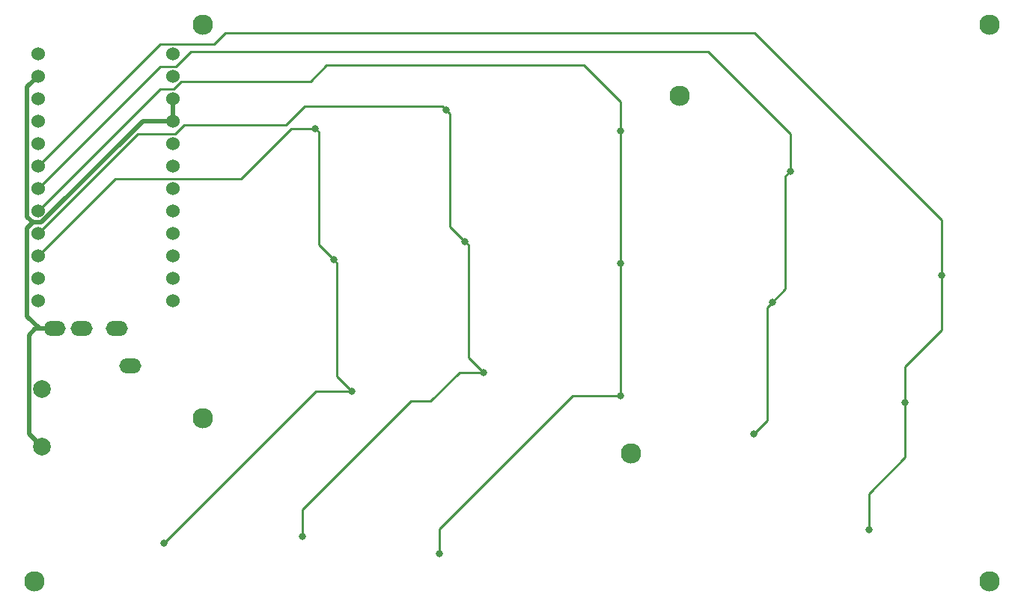
<source format=gbr>
G04 #@! TF.GenerationSoftware,KiCad,Pcbnew,(5.1.9)-1*
G04 #@! TF.CreationDate,2021-03-06T18:05:25-05:00*
G04 #@! TF.ProjectId,ya36,79613336-2e6b-4696-9361-645f70636258,rev?*
G04 #@! TF.SameCoordinates,Original*
G04 #@! TF.FileFunction,Copper,L1,Top*
G04 #@! TF.FilePolarity,Positive*
%FSLAX46Y46*%
G04 Gerber Fmt 4.6, Leading zero omitted, Abs format (unit mm)*
G04 Created by KiCad (PCBNEW (5.1.9)-1) date 2021-03-06 18:05:25*
%MOMM*%
%LPD*%
G01*
G04 APERTURE LIST*
G04 #@! TA.AperFunction,ComponentPad*
%ADD10C,0.800000*%
G04 #@! TD*
G04 #@! TA.AperFunction,ComponentPad*
%ADD11C,2.300000*%
G04 #@! TD*
G04 #@! TA.AperFunction,ComponentPad*
%ADD12C,2.000000*%
G04 #@! TD*
G04 #@! TA.AperFunction,ComponentPad*
%ADD13C,1.524000*%
G04 #@! TD*
G04 #@! TA.AperFunction,ComponentPad*
%ADD14O,2.500000X1.700000*%
G04 #@! TD*
G04 #@! TA.AperFunction,Conductor*
%ADD15C,0.500000*%
G04 #@! TD*
G04 #@! TA.AperFunction,Conductor*
%ADD16C,0.250000*%
G04 #@! TD*
G04 APERTURE END LIST*
D10*
X205759426Y-91364167D03*
X190905405Y-93451763D03*
X185275000Y-109912426D03*
X221275000Y-94000000D03*
X169644595Y-110706858D03*
X200805897Y-111844254D03*
D11*
X263000000Y-52000000D03*
D12*
X155850000Y-93250000D03*
X155850000Y-99750000D03*
D13*
X155391400Y-55272000D03*
X155391400Y-57812000D03*
X155391400Y-60352000D03*
X155391400Y-62892000D03*
X155391400Y-65432000D03*
X155391400Y-67972000D03*
X155391400Y-70512000D03*
X155391400Y-73052000D03*
X155391400Y-75592000D03*
X155391400Y-78132000D03*
X155391400Y-80672000D03*
X155391400Y-83212000D03*
X170611400Y-83212000D03*
X170611400Y-80672000D03*
X170611400Y-78132000D03*
X170611400Y-75592000D03*
X170611400Y-73052000D03*
X170611400Y-70512000D03*
X170611400Y-67972000D03*
X170611400Y-65432000D03*
X170611400Y-62892000D03*
X170611400Y-60352000D03*
X170611400Y-57812000D03*
X170611400Y-55272000D03*
D11*
X263000000Y-115000000D03*
X222500000Y-100500000D03*
X174000000Y-52000000D03*
X228000000Y-60000000D03*
D14*
X165800000Y-90600000D03*
X164300000Y-86400000D03*
X160300000Y-86400000D03*
X157300000Y-86400000D03*
D11*
X174000000Y-96500000D03*
X155000000Y-115000000D03*
D10*
X221275000Y-64000000D03*
X238429734Y-83421729D03*
X188817808Y-78597742D03*
X236342137Y-98275751D03*
X249354502Y-109186053D03*
X221275000Y-79000000D03*
X203671829Y-76510147D03*
X186730212Y-63743722D03*
X240517330Y-68567709D03*
X257623623Y-80348202D03*
X201584233Y-61656125D03*
X253489062Y-94767127D03*
D15*
X154809639Y-74379999D02*
X154179399Y-73749759D01*
X154399999Y-98299999D02*
X155850000Y-99750000D01*
X167278214Y-62892000D02*
X155790215Y-74379999D01*
X155550000Y-86400000D02*
X157300000Y-86400000D01*
X170611400Y-60352000D02*
X170611400Y-62892000D01*
X154179399Y-59024001D02*
X155391400Y-57812000D01*
X155790215Y-74379999D02*
X154809639Y-74379999D01*
X154179399Y-75010239D02*
X154179399Y-85029399D01*
X155550000Y-86400000D02*
X155100000Y-86400000D01*
X154809639Y-74379999D02*
X154179399Y-75010239D01*
X154179399Y-85029399D02*
X155550000Y-86400000D01*
X170611400Y-62892000D02*
X167278214Y-62892000D01*
X154399999Y-87100001D02*
X154399999Y-98299999D01*
X154179399Y-73749759D02*
X154179399Y-59024001D01*
X155100000Y-86400000D02*
X154399999Y-87100001D01*
D16*
X257623623Y-80348202D02*
X257623623Y-74107880D01*
X176559931Y-52940069D02*
X175315001Y-54184999D01*
X257623623Y-86544982D02*
X253489062Y-90679543D01*
X236455812Y-52940069D02*
X176559931Y-52940069D01*
X253489062Y-90679543D02*
X253489062Y-94767127D01*
X253489062Y-100963909D02*
X249354502Y-105098469D01*
X253489062Y-94767127D02*
X253489062Y-100963909D01*
X257623623Y-80348202D02*
X257623623Y-86544982D01*
X169178401Y-54184999D02*
X155391400Y-67972000D01*
X175315001Y-54184999D02*
X169178401Y-54184999D01*
X249354502Y-105098469D02*
X249354502Y-109186053D01*
X257623623Y-74107880D02*
X236455812Y-52940069D01*
X171000001Y-56724999D02*
X169178401Y-56724999D01*
X238429734Y-83421729D02*
X237856688Y-83994775D01*
X237856688Y-83994775D02*
X237856688Y-96761200D01*
X240517330Y-68567709D02*
X240517330Y-64383539D01*
X240517330Y-64383539D02*
X231161457Y-55027666D01*
X231161457Y-55027666D02*
X172697334Y-55027666D01*
X172697334Y-55027666D02*
X171000001Y-56724999D01*
X240517330Y-68567709D02*
X239944285Y-69140754D01*
X169178401Y-56724999D02*
X155391400Y-70512000D01*
X237856688Y-96761200D02*
X236342137Y-98275751D01*
X239944285Y-69140754D02*
X239944285Y-81907178D01*
X239944285Y-81907178D02*
X238429734Y-83421729D01*
X188040185Y-56606478D02*
X186196663Y-58450000D01*
X221275000Y-94000000D02*
X215871465Y-94000000D01*
X171582162Y-58450000D02*
X170767163Y-59264999D01*
X186196663Y-58450000D02*
X171582162Y-58450000D01*
X215871465Y-94000000D02*
X200805897Y-109065568D01*
X169178401Y-59264999D02*
X155391400Y-73052000D01*
X217124940Y-56606478D02*
X188040185Y-56606478D01*
X221275000Y-60756538D02*
X217124940Y-56606478D01*
X221275000Y-64000000D02*
X221275000Y-60756538D01*
X170767163Y-59264999D02*
X169178401Y-59264999D01*
X200805897Y-109065568D02*
X200805897Y-111844254D01*
X221275000Y-79000000D02*
X221275000Y-94000000D01*
X221275000Y-64000000D02*
X221275000Y-79000000D01*
X170880001Y-64344999D02*
X166638401Y-64344999D01*
X171907054Y-63317946D02*
X170880001Y-64344999D01*
X199813993Y-94588393D02*
X203038219Y-91364167D01*
X201981096Y-62052988D02*
X201981096Y-74819414D01*
X197583699Y-94588393D02*
X199813993Y-94588393D01*
X185275000Y-109912426D02*
X185275000Y-106897092D01*
X185275000Y-106897092D02*
X197583699Y-94588393D01*
X166638401Y-64344999D02*
X155391400Y-75592000D01*
X201584233Y-61656125D02*
X201158457Y-61230349D01*
X204071828Y-89676569D02*
X205759426Y-91364167D01*
X203038219Y-91364167D02*
X205759426Y-91364167D01*
X185521667Y-61230349D02*
X183434070Y-63317946D01*
X183434070Y-63317946D02*
X171907054Y-63317946D01*
X201584233Y-61656125D02*
X201981096Y-62052988D01*
X203671829Y-76510147D02*
X204071828Y-76910146D01*
X201981096Y-74819414D02*
X203671829Y-76510147D01*
X204071828Y-76910146D02*
X204071828Y-89676569D01*
X201158457Y-61230349D02*
X185521667Y-61230349D01*
X184009005Y-63743722D02*
X178327728Y-69424999D01*
X164098401Y-69424999D02*
X155391400Y-78132000D01*
X190905405Y-93451763D02*
X186845957Y-93451763D01*
X169644595Y-110653125D02*
X169644595Y-110706858D01*
X187130211Y-64143721D02*
X187130211Y-76910145D01*
X189217807Y-78997741D02*
X189217807Y-91764165D01*
X189217807Y-91764165D02*
X190905405Y-93451763D01*
X186845957Y-93451763D02*
X169644595Y-110653125D01*
X178327728Y-69424999D02*
X164098401Y-69424999D01*
X186730212Y-63743722D02*
X184009005Y-63743722D01*
X187130211Y-76910145D02*
X188817808Y-78597742D01*
X188817808Y-78597742D02*
X189217807Y-78997741D01*
X186730212Y-63743722D02*
X187130211Y-64143721D01*
M02*

</source>
